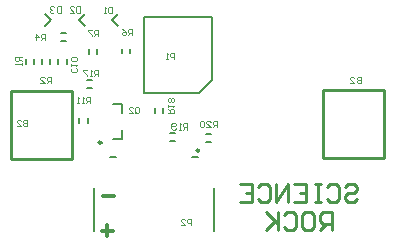
<source format=gbo>
G04*
G04 #@! TF.GenerationSoftware,Altium Limited,Altium Designer,22.1.2 (22)*
G04*
G04 Layer_Color=32896*
%FSLAX44Y44*%
%MOMM*%
G71*
G04*
G04 #@! TF.SameCoordinates,13D72DB6-CE64-42D8-9DE0-DE94B983F977*
G04*
G04*
G04 #@! TF.FilePolarity,Positive*
G04*
G01*
G75*
%ADD10C,0.2500*%
%ADD11C,0.1778*%
%ADD12C,0.2000*%
%ADD13C,0.3000*%
%ADD15C,0.0800*%
%ADD16C,0.1000*%
%ADD63C,0.2540*%
D10*
X-160750Y-124210D02*
G03*
X-160750Y-124210I-1000J0D01*
G01*
X-243250Y-117701D02*
G03*
X-243250Y-117701I-1250J0D01*
G01*
D11*
X-166750Y-129600D02*
X-161750D01*
X-235750D02*
X-230750D01*
X-249250Y-192590D02*
Y-156550D01*
X-148250Y-192590D02*
Y-156550D01*
D12*
X-154500Y-117000D02*
X-150500D01*
X-154500Y-110000D02*
X-150500D01*
X-191250Y-92500D02*
Y-88500D01*
X-198250Y-92500D02*
Y-88500D01*
X-185000Y-109750D02*
X-181000D01*
X-185000Y-116750D02*
X-181000D01*
X-254000Y-42750D02*
Y-38750D01*
X-247000Y-42750D02*
Y-38750D01*
X-290750Y-9000D02*
X-285750Y-14000D01*
X-290750Y-19000D02*
X-285750Y-14000D01*
X-234250D02*
X-229250Y-19000D01*
X-234250Y-14000D02*
X-229250Y-9000D01*
X-262500Y-14000D02*
X-257500Y-19000D01*
X-262500Y-14000D02*
X-257500Y-9000D01*
X-272750Y-51000D02*
X-272750Y-47000D01*
X-279750Y-51000D02*
Y-47000D01*
X-255750Y-64500D02*
X-251750Y-64500D01*
X-255750Y-71500D02*
X-251750D01*
X-307250Y-51000D02*
Y-47000D01*
X-300250Y-51000D02*
Y-47000D01*
X-286500Y-47000D02*
X-286500Y-51000D01*
X-293500Y-51000D02*
Y-47000D01*
X-277500Y-31750D02*
X-273500D01*
X-277500Y-24750D02*
X-273500D01*
X-255000Y-101000D02*
X-255000Y-97000D01*
X-262000Y-97000D02*
X-262000Y-101000D01*
X-233750Y-114701D02*
X-225750Y-114701D01*
Y-106701D01*
X-233750Y-84701D02*
X-225750Y-84701D01*
Y-92701D02*
Y-84701D01*
X-207150Y-75451D02*
Y-11701D01*
X-149900D01*
X-207150Y-75451D02*
X-160400D01*
X-149900Y-64951D01*
Y-11701D01*
X-218750Y-42250D02*
Y-38250D01*
X-225750Y-42250D02*
Y-38250D01*
D13*
X-243000Y-192453D02*
X-233670D01*
X-238335Y-187788D02*
Y-197118D01*
X-241750Y-162703D02*
X-232420D01*
D15*
X-145766Y-104869D02*
Y-99631D01*
X-148385D01*
X-149258Y-100504D01*
Y-102250D01*
X-148385Y-103123D01*
X-145766D01*
X-147512D02*
X-149258Y-104869D01*
X-154496D02*
X-151004D01*
X-154496Y-101377D01*
Y-100504D01*
X-153623Y-99631D01*
X-151877D01*
X-151004Y-100504D01*
X-156242D02*
X-157115Y-99631D01*
X-158861D01*
X-159734Y-100504D01*
Y-103996D01*
X-158861Y-104869D01*
X-157115D01*
X-156242Y-103996D01*
Y-100504D01*
X-170952Y-106619D02*
Y-101381D01*
X-173571D01*
X-174444Y-102254D01*
Y-104000D01*
X-173571Y-104873D01*
X-170952D01*
X-172698D02*
X-174444Y-106619D01*
X-176190D02*
X-177936D01*
X-177064D01*
Y-101381D01*
X-176190Y-102254D01*
X-180556Y-105746D02*
X-181429Y-106619D01*
X-183175D01*
X-184048Y-105746D01*
Y-102254D01*
X-183175Y-101381D01*
X-181429D01*
X-180556Y-102254D01*
Y-103127D01*
X-181429Y-104000D01*
X-184048D01*
X-181750Y-46701D02*
Y-41463D01*
X-184369D01*
X-185242Y-42336D01*
Y-44082D01*
X-184369Y-44955D01*
X-181750D01*
X-186988Y-46701D02*
X-188734D01*
X-187861D01*
Y-41463D01*
X-186988Y-42336D01*
X-246250Y-61500D02*
Y-56262D01*
X-248869D01*
X-249742Y-57135D01*
Y-58881D01*
X-248869Y-59754D01*
X-246250D01*
X-247996D02*
X-249742Y-61500D01*
X-251488D02*
X-253234D01*
X-252361D01*
Y-56262D01*
X-251488Y-57135D01*
X-255854Y-56262D02*
X-259346D01*
Y-57135D01*
X-255854Y-60627D01*
Y-61500D01*
X-253000Y-84000D02*
Y-78762D01*
X-255619D01*
X-256492Y-79635D01*
Y-81381D01*
X-255619Y-82254D01*
X-253000D01*
X-254746D02*
X-256492Y-84000D01*
X-258238D02*
X-259984D01*
X-259111D01*
Y-78762D01*
X-258238Y-79635D01*
X-262603Y-84000D02*
X-264350D01*
X-263477D01*
Y-78762D01*
X-262603Y-79635D01*
X-246000Y-27250D02*
Y-22012D01*
X-248619D01*
X-249492Y-22885D01*
Y-24631D01*
X-248619Y-25504D01*
X-246000D01*
X-247746D02*
X-249492Y-27250D01*
X-251238Y-22012D02*
X-254730D01*
Y-22885D01*
X-251238Y-26377D01*
Y-27250D01*
X-217250Y-26451D02*
Y-21213D01*
X-219869D01*
X-220742Y-22086D01*
Y-23832D01*
X-219869Y-24705D01*
X-217250D01*
X-218996D02*
X-220742Y-26451D01*
X-225980Y-21213D02*
X-224234Y-22086D01*
X-222488Y-23832D01*
Y-25578D01*
X-223361Y-26451D01*
X-225107D01*
X-225980Y-25578D01*
Y-24705D01*
X-225107Y-23832D01*
X-222488D01*
X-291250Y-31000D02*
Y-25762D01*
X-293869D01*
X-294742Y-26635D01*
Y-28381D01*
X-293869Y-29254D01*
X-291250D01*
X-292996D02*
X-294742Y-31000D01*
X-299107D02*
Y-25762D01*
X-296488Y-28381D01*
X-299981D01*
X-286250Y-67000D02*
Y-61762D01*
X-288869D01*
X-289742Y-62635D01*
Y-64381D01*
X-288869Y-65254D01*
X-286250D01*
X-287996D02*
X-289742Y-67000D01*
X-294981D02*
X-291488D01*
X-294981Y-63508D01*
Y-62635D01*
X-294107Y-61762D01*
X-292361D01*
X-291488Y-62635D01*
X-311000Y-45000D02*
X-316238D01*
Y-47619D01*
X-315365Y-48492D01*
X-313619D01*
X-312746Y-47619D01*
Y-45000D01*
Y-46746D02*
X-311000Y-48492D01*
Y-50238D02*
Y-51984D01*
Y-51111D01*
X-316238D01*
X-315365Y-50238D01*
X-214992Y-91578D02*
Y-88086D01*
X-214119Y-87213D01*
X-212373D01*
X-211500Y-88086D01*
Y-91578D01*
X-212373Y-92451D01*
X-214119D01*
X-213246Y-90705D02*
X-214992Y-92451D01*
X-214119D02*
X-214992Y-91578D01*
X-220230Y-92451D02*
X-216738D01*
X-220230Y-88959D01*
Y-88086D01*
X-219357Y-87213D01*
X-217611D01*
X-216738Y-88086D01*
X-265135Y-54758D02*
X-264262Y-55631D01*
Y-57377D01*
X-265135Y-58250D01*
X-268627D01*
X-269500Y-57377D01*
Y-55631D01*
X-268627Y-54758D01*
X-269500Y-53012D02*
Y-51266D01*
Y-52139D01*
X-264262D01*
X-265135Y-53012D01*
Y-48646D02*
X-264262Y-47773D01*
Y-46027D01*
X-265135Y-45154D01*
X-268627D01*
X-269500Y-46027D01*
Y-47773D01*
X-268627Y-48646D01*
X-265135D01*
X-167500Y-187500D02*
Y-182262D01*
X-170119D01*
X-170992Y-183135D01*
Y-184881D01*
X-170119Y-185754D01*
X-167500D01*
X-176231Y-187500D02*
X-172738D01*
X-176231Y-184008D01*
Y-183135D01*
X-175357Y-182262D01*
X-173611D01*
X-172738Y-183135D01*
D16*
X-186869Y-93048D02*
X-181631D01*
Y-90429D01*
X-182504Y-89556D01*
X-184250D01*
X-185123Y-90429D01*
Y-93048D01*
Y-91302D02*
X-186869Y-89556D01*
Y-87810D02*
Y-86063D01*
Y-86937D01*
X-181631D01*
X-182504Y-87810D01*
Y-83444D02*
X-181631Y-82571D01*
Y-80825D01*
X-182504Y-79952D01*
X-183377D01*
X-184250Y-80825D01*
X-185123Y-79952D01*
X-185996D01*
X-186869Y-80825D01*
Y-82571D01*
X-185996Y-83444D01*
X-185123D01*
X-184250Y-82571D01*
X-183377Y-83444D01*
X-182504D01*
X-184250Y-82571D02*
Y-80825D01*
X-23885Y-62381D02*
Y-67619D01*
X-26504D01*
X-27377Y-66746D01*
Y-65873D01*
X-26504Y-65000D01*
X-23885D01*
X-26504D01*
X-27377Y-64127D01*
Y-63254D01*
X-26504Y-62381D01*
X-23885D01*
X-32615Y-67619D02*
X-29123D01*
X-32615Y-64127D01*
Y-63254D01*
X-31742Y-62381D01*
X-29996D01*
X-29123Y-63254D01*
X-277885Y-2381D02*
Y-7619D01*
X-280504D01*
X-281377Y-6746D01*
Y-3254D01*
X-280504Y-2381D01*
X-277885D01*
X-283123Y-3254D02*
X-283996Y-2381D01*
X-285742D01*
X-286615Y-3254D01*
Y-4127D01*
X-285742Y-5000D01*
X-284869D01*
X-285742D01*
X-286615Y-5873D01*
Y-6746D01*
X-285742Y-7619D01*
X-283996D01*
X-283123Y-6746D01*
X-261385Y-2381D02*
Y-7619D01*
X-264004D01*
X-264877Y-6746D01*
Y-3254D01*
X-264004Y-2381D01*
X-261385D01*
X-270115Y-7619D02*
X-266623D01*
X-270115Y-4127D01*
Y-3254D01*
X-269242Y-2381D01*
X-267496D01*
X-266623Y-3254D01*
X-234508Y-2881D02*
Y-8119D01*
X-237127D01*
X-238000Y-7246D01*
Y-3754D01*
X-237127Y-2881D01*
X-234508D01*
X-239746Y-8119D02*
X-241492D01*
X-240619D01*
Y-2881D01*
X-239746Y-3754D01*
X-306250Y-98762D02*
Y-104000D01*
X-308869D01*
X-309742Y-103127D01*
Y-102254D01*
X-308869Y-101381D01*
X-306250D01*
X-308869D01*
X-309742Y-100508D01*
Y-99635D01*
X-308869Y-98762D01*
X-306250D01*
X-314981Y-104000D02*
X-311488D01*
X-314981Y-100508D01*
Y-99635D01*
X-314107Y-98762D01*
X-312361D01*
X-311488Y-99635D01*
D63*
X-55500Y-130750D02*
Y-73250D01*
Y-130750D02*
X-4000D01*
Y-73250D01*
X-55500D02*
X-4000D01*
X-268500Y-131250D02*
Y-73750D01*
X-320000D02*
X-268500D01*
X-320000Y-131250D02*
Y-73750D01*
Y-131250D02*
X-268500D01*
X-37143Y-154886D02*
X-34604Y-152347D01*
X-29525D01*
X-26986Y-154886D01*
Y-157425D01*
X-29525Y-159964D01*
X-34604D01*
X-37143Y-162504D01*
Y-165043D01*
X-34604Y-167582D01*
X-29525D01*
X-26986Y-165043D01*
X-52378Y-154886D02*
X-49839Y-152347D01*
X-44760D01*
X-42221Y-154886D01*
Y-165043D01*
X-44760Y-167582D01*
X-49839D01*
X-52378Y-165043D01*
X-57456Y-152347D02*
X-62534D01*
X-59995D01*
Y-167582D01*
X-57456D01*
X-62534D01*
X-80309Y-152347D02*
X-70152D01*
Y-167582D01*
X-80309D01*
X-70152Y-159964D02*
X-75230D01*
X-85387Y-167582D02*
Y-152347D01*
X-95544Y-167582D01*
Y-152347D01*
X-110779Y-154886D02*
X-108240Y-152347D01*
X-103161D01*
X-100622Y-154886D01*
Y-165043D01*
X-103161Y-167582D01*
X-108240D01*
X-110779Y-165043D01*
X-126014Y-152347D02*
X-115857D01*
Y-167582D01*
X-126014D01*
X-115857Y-159964D02*
X-120936D01*
X-48569Y-191960D02*
Y-176725D01*
X-56187D01*
X-58726Y-179264D01*
Y-184342D01*
X-56187Y-186882D01*
X-48569D01*
X-53647D02*
X-58726Y-191960D01*
X-71422Y-176725D02*
X-66343D01*
X-63804Y-179264D01*
Y-189421D01*
X-66343Y-191960D01*
X-71422D01*
X-73961Y-189421D01*
Y-179264D01*
X-71422Y-176725D01*
X-89196Y-179264D02*
X-86657Y-176725D01*
X-81578D01*
X-79039Y-179264D01*
Y-189421D01*
X-81578Y-191960D01*
X-86657D01*
X-89196Y-189421D01*
X-94274Y-176725D02*
Y-191960D01*
Y-186882D01*
X-104431Y-176725D01*
X-96813Y-184342D01*
X-104431Y-191960D01*
M02*

</source>
